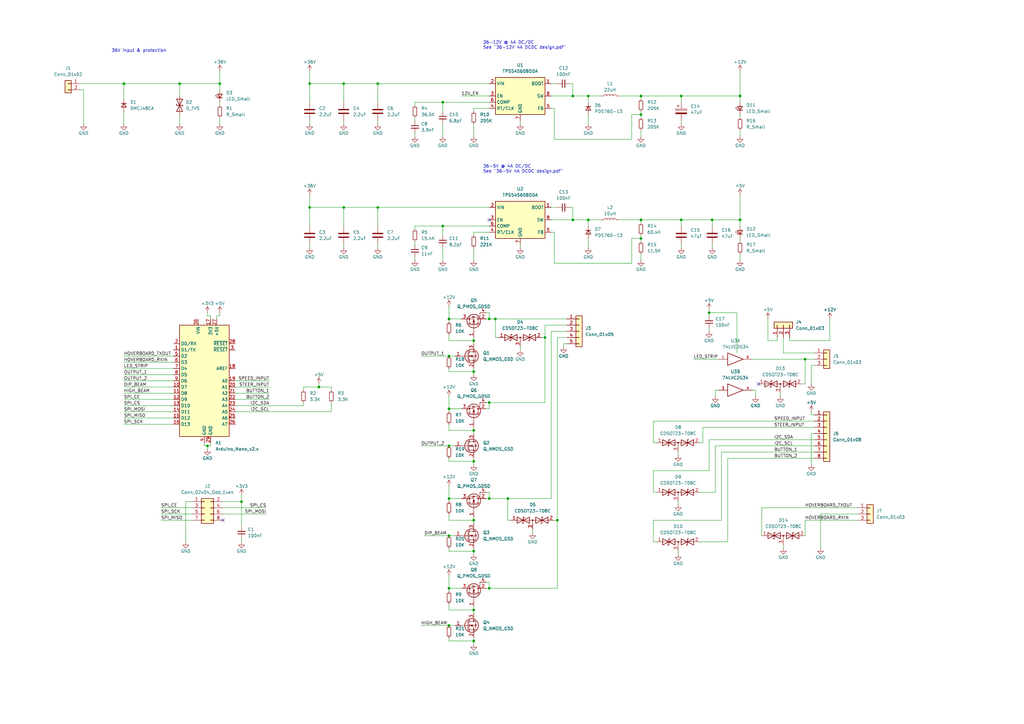
<source format=kicad_sch>
(kicad_sch (version 20211123) (generator eeschema)
  (paper "A3")
  (title_block (title "Dödsfälla Controller") (date "2022-12-30") (rev "1") (company "Snowden Labs"))
  (junction (at 330.2 147.32))
  (junction (at 154.94 34.29))
  (junction (at 194.31 250.19))
  (junction (at 181.61 92.71))
  (junction (at 184.15 182.88))
  (junction (at 140.97 85.09))
  (junction (at 200.66 204.47))
  (junction (at 200.66 165.1))
  (junction (at 194.31 226.06))
  (junction (at 90.17 34.29))
  (junction (at 194.31 213.36))
  (junction (at 279.4 90.17))
  (junction (at 194.31 152.4))
  (junction (at 290.83 128.27))
  (junction (at 154.94 85.09))
  (junction (at 184.15 256.54))
  (junction (at 241.3 90.17))
  (junction (at 262.89 39.37))
  (junction (at 50.8 34.29))
  (junction (at 241.3 39.37))
  (junction (at 279.4 39.37))
  (junction (at 73.66 34.29))
  (junction (at 127 34.29))
  (junction (at 194.31 176.53))
  (junction (at 85.09 182.88))
  (junction (at 184.15 146.05))
  (junction (at 234.95 39.37))
  (junction (at 200.66 241.3))
  (junction (at 99.06 205.74))
  (junction (at 203.2 130.81))
  (junction (at 181.61 41.91))
  (junction (at 140.97 34.29))
  (junction (at 234.95 90.17))
  (junction (at 303.53 90.17))
  (junction (at 262.89 97.79))
  (junction (at 262.89 46.99))
  (junction (at 184.15 219.71))
  (junction (at 303.53 39.37))
  (junction (at 184.15 204.47))
  (junction (at 208.28 204.47))
  (junction (at 184.15 130.81))
  (junction (at 200.66 130.81))
  (junction (at 228.6 213.36))
  (junction (at 127 85.09))
  (junction (at 292.1 90.17))
  (junction (at 223.52 138.43))
  (junction (at 194.31 139.7))
  (junction (at 184.15 241.3))
  (junction (at 194.31 189.23))
  (junction (at 130.81 158.75))
  (junction (at 194.31 262.89))
  (junction (at 184.15 167.64))
  (junction (at 262.89 90.17))
  (no_connect (at 91.44 213.36))
  (no_connect (at 311.15 157.48))
  (no_connect (at 200.66 90.17))
  (wire (pts (xy 334.01 144.78) (xy 321.31 144.78)))
  (wire (pts (xy 184.15 199.39) (xy 184.15 204.47)))
  (wire (pts (xy 298.45 187.96) (xy 298.45 222.25)))
  (wire (pts (xy 99.06 220.98) (xy 99.06 222.25)))
  (wire (pts (xy 50.8 148.59) (xy 71.12 148.59)))
  (wire (pts (xy 200.66 165.1) (xy 200.66 167.64)))
  (wire (pts (xy 194.31 224.79) (xy 194.31 226.06)))
  (wire (pts (xy 184.15 146.05) (xy 186.69 146.05)))
  (wire (pts (xy 184.15 152.4) (xy 194.31 152.4)))
  (wire (pts (xy 184.15 250.19) (xy 184.15 247.65)))
  (wire (pts (xy 314.96 139.7) (xy 314.96 130.81)))
  (wire (pts (xy 228.6 213.36) (xy 228.6 241.3)))
  (wire (pts (xy 86.36 130.81) (xy 86.36 129.54)))
  (wire (pts (xy 66.04 208.28) (xy 78.74 208.28)))
  (wire (pts (xy 269.24 181.61) (xy 267.97 181.61)))
  (wire (pts (xy 181.61 41.91) (xy 170.18 41.91)))
  (wire (pts (xy 200.66 167.64) (xy 199.39 167.64)))
  (wire (pts (xy 232.41 138.43) (xy 228.6 138.43)))
  (wire (pts (xy 194.31 261.62) (xy 194.31 262.89)))
  (wire (pts (xy 330.2 213.36) (xy 330.2 219.71)))
  (wire (pts (xy 321.31 144.78) (xy 321.31 138.43)))
  (wire (pts (xy 88.9 130.81) (xy 88.9 129.54)))
  (wire (pts (xy 86.36 182.88) (xy 86.36 181.61)))
  (wire (pts (xy 223.52 138.43) (xy 223.52 133.35)))
  (wire (pts (xy 241.3 97.79) (xy 241.3 101.6)))
  (wire (pts (xy 254 39.37) (xy 262.89 39.37)))
  (wire (pts (xy 184.15 241.3) (xy 184.15 242.57)))
  (wire (pts (xy 298.45 187.96) (xy 334.01 187.96)))
  (wire (pts (xy 290.83 129.54) (xy 290.83 128.27)))
  (wire (pts (xy 284.48 147.32) (xy 294.64 147.32)))
  (wire (pts (xy 184.15 204.47) (xy 184.15 205.74)))
  (wire (pts (xy 184.15 262.89) (xy 194.31 262.89)))
  (wire (pts (xy 293.37 160.02) (xy 293.37 162.56)))
  (wire (pts (xy 173.99 219.71) (xy 184.15 219.71)))
  (wire (pts (xy 279.4 90.17) (xy 292.1 90.17)))
  (wire (pts (xy 184.15 162.56) (xy 184.15 167.64)))
  (wire (pts (xy 203.2 138.43) (xy 204.47 138.43)))
  (wire (pts (xy 262.89 104.14) (xy 262.89 106.68)))
  (wire (pts (xy 184.15 187.96) (xy 184.15 189.23)))
  (wire (pts (xy 241.3 46.99) (xy 241.3 50.8)))
  (wire (pts (xy 223.52 133.35) (xy 232.41 133.35)))
  (wire (pts (xy 303.53 104.14) (xy 303.53 106.68)))
  (wire (pts (xy 208.28 213.36) (xy 209.55 213.36)))
  (wire (pts (xy 292.1 100.33) (xy 292.1 101.6)))
  (wire (pts (xy 199.39 128.27) (xy 200.66 128.27)))
  (wire (pts (xy 199.39 238.76) (xy 200.66 238.76)))
  (wire (pts (xy 194.31 101.6) (xy 194.31 106.68)))
  (wire (pts (xy 194.31 176.53) (xy 184.15 176.53)))
  (wire (pts (xy 334.01 149.86) (xy 332.74 149.86)))
  (wire (pts (xy 241.3 39.37) (xy 246.38 39.37)))
  (wire (pts (xy 181.61 92.71) (xy 181.61 96.52)))
  (wire (pts (xy 259.08 57.15) (xy 259.08 46.99)))
  (wire (pts (xy 226.06 90.17) (xy 234.95 90.17)))
  (wire (pts (xy 290.83 193.04) (xy 267.97 193.04)))
  (wire (pts (xy 194.31 248.92) (xy 194.31 250.19)))
  (wire (pts (xy 226.06 95.25) (xy 227.33 95.25)))
  (wire (pts (xy 33.02 36.83) (xy 34.29 36.83)))
  (wire (pts (xy 351.79 208.28) (xy 312.42 208.28)))
  (wire (pts (xy 303.53 97.79) (xy 303.53 99.06)))
  (wire (pts (xy 259.08 107.95) (xy 259.08 97.79)))
  (wire (pts (xy 222.25 138.43) (xy 223.52 138.43)))
  (wire (pts (xy 267.97 172.72) (xy 267.97 181.61)))
  (wire (pts (xy 172.72 256.54) (xy 184.15 256.54)))
  (wire (pts (xy 73.66 34.29) (xy 90.17 34.29)))
  (wire (pts (xy 184.15 261.62) (xy 184.15 262.89)))
  (wire (pts (xy 50.8 166.37) (xy 71.12 166.37)))
  (wire (pts (xy 66.04 213.36) (xy 78.74 213.36)))
  (wire (pts (xy 154.94 85.09) (xy 140.97 85.09)))
  (wire (pts (xy 91.44 210.82) (xy 109.22 210.82)))
  (wire (pts (xy 127 49.53) (xy 127 50.8)))
  (wire (pts (xy 295.91 185.42) (xy 295.91 213.36)))
  (wire (pts (xy 228.6 241.3) (xy 200.66 241.3)))
  (wire (pts (xy 170.18 92.71) (xy 170.18 93.98)))
  (wire (pts (xy 194.31 212.09) (xy 194.31 213.36)))
  (wire (pts (xy 199.39 201.93) (xy 200.66 201.93)))
  (wire (pts (xy 99.06 205.74) (xy 99.06 203.2)))
  (wire (pts (xy 34.29 36.83) (xy 34.29 50.8)))
  (wire (pts (xy 85.09 182.88) (xy 85.09 184.15)))
  (wire (pts (xy 213.36 100.33) (xy 213.36 101.6)))
  (wire (pts (xy 200.66 34.29) (xy 154.94 34.29)))
  (wire (pts (xy 223.52 165.1) (xy 223.52 138.43)))
  (wire (pts (xy 130.81 157.48) (xy 130.81 158.75)))
  (wire (pts (xy 340.36 130.81) (xy 340.36 139.7)))
  (wire (pts (xy 332.74 149.86) (xy 332.74 157.48)))
  (wire (pts (xy 73.66 34.29) (xy 73.66 39.37)))
  (wire (pts (xy 184.15 213.36) (xy 184.15 210.82)))
  (wire (pts (xy 194.31 152.4) (xy 194.31 153.67)))
  (wire (pts (xy 332.74 170.18) (xy 332.74 168.91)))
  (wire (pts (xy 293.37 182.88) (xy 293.37 201.93)))
  (wire (pts (xy 50.8 156.21) (xy 71.12 156.21)))
  (wire (pts (xy 308.61 147.32) (xy 330.2 147.32)))
  (wire (pts (xy 262.89 97.79) (xy 262.89 99.06)))
  (wire (pts (xy 233.68 34.29) (xy 234.95 34.29)))
  (wire (pts (xy 200.66 204.47) (xy 208.28 204.47)))
  (wire (pts (xy 154.94 100.33) (xy 154.94 101.6)))
  (wire (pts (xy 334.01 177.8) (xy 332.74 177.8)))
  (wire (pts (xy 226.06 204.47) (xy 208.28 204.47)))
  (wire (pts (xy 135.89 168.91) (xy 135.89 165.1)))
  (wire (pts (xy 50.8 158.75) (xy 71.12 158.75)))
  (wire (pts (xy 200.66 204.47) (xy 199.39 204.47)))
  (wire (pts (xy 127 100.33) (xy 127 101.6)))
  (wire (pts (xy 50.8 173.99) (xy 71.12 173.99)))
  (wire (pts (xy 292.1 90.17) (xy 292.1 92.71)))
  (wire (pts (xy 96.52 161.29) (xy 110.49 161.29)))
  (wire (pts (xy 278.13 226.06) (xy 278.13 227.33)))
  (wire (pts (xy 200.66 165.1) (xy 223.52 165.1)))
  (wire (pts (xy 194.31 151.13) (xy 194.31 152.4)))
  (wire (pts (xy 184.15 226.06) (xy 194.31 226.06)))
  (wire (pts (xy 267.97 193.04) (xy 267.97 201.93)))
  (wire (pts (xy 232.41 135.89) (xy 226.06 135.89)))
  (wire (pts (xy 90.17 129.54) (xy 90.17 128.27)))
  (wire (pts (xy 351.79 213.36) (xy 330.2 213.36)))
  (wire (pts (xy 232.41 140.97) (xy 231.14 140.97)))
  (wire (pts (xy 91.44 205.74) (xy 99.06 205.74)))
  (wire (pts (xy 194.31 175.26) (xy 194.31 176.53)))
  (wire (pts (xy 96.52 163.83) (xy 110.49 163.83)))
  (wire (pts (xy 279.4 90.17) (xy 279.4 92.71)))
  (wire (pts (xy 227.33 95.25) (xy 227.33 107.95)))
  (wire (pts (xy 234.95 39.37) (xy 241.3 39.37)))
  (wire (pts (xy 200.66 92.71) (xy 181.61 92.71)))
  (wire (pts (xy 83.82 182.88) (xy 85.09 182.88)))
  (wire (pts (xy 184.15 189.23) (xy 194.31 189.23)))
  (wire (pts (xy 86.36 129.54) (xy 85.09 129.54)))
  (wire (pts (xy 318.77 139.7) (xy 314.96 139.7)))
  (wire (pts (xy 241.3 90.17) (xy 241.3 92.71)))
  (wire (pts (xy 213.36 49.53) (xy 213.36 50.8)))
  (wire (pts (xy 194.31 190.5) (xy 194.31 189.23)))
  (wire (pts (xy 90.17 29.21) (xy 90.17 34.29)))
  (wire (pts (xy 130.81 158.75) (xy 135.89 158.75)))
  (wire (pts (xy 226.06 135.89) (xy 226.06 204.47)))
  (wire (pts (xy 85.09 128.27) (xy 85.09 129.54)))
  (wire (pts (xy 262.89 39.37) (xy 279.4 39.37)))
  (wire (pts (xy 290.83 134.62) (xy 290.83 135.89)))
  (wire (pts (xy 295.91 185.42) (xy 334.01 185.42)))
  (wire (pts (xy 140.97 100.33) (xy 140.97 101.6)))
  (wire (pts (xy 76.2 205.74) (xy 76.2 222.25)))
  (wire (pts (xy 184.15 151.13) (xy 184.15 152.4)))
  (wire (pts (xy 127 85.09) (xy 140.97 85.09)))
  (wire (pts (xy 231.14 140.97) (xy 231.14 142.24)))
  (wire (pts (xy 73.66 46.99) (xy 73.66 50.8)))
  (wire (pts (xy 294.64 160.02) (xy 293.37 160.02)))
  (wire (pts (xy 233.68 85.09) (xy 234.95 85.09)))
  (wire (pts (xy 154.94 49.53) (xy 154.94 50.8)))
  (wire (pts (xy 226.06 44.45) (xy 227.33 44.45)))
  (wire (pts (xy 203.2 130.81) (xy 232.41 130.81)))
  (wire (pts (xy 234.95 90.17) (xy 241.3 90.17)))
  (wire (pts (xy 200.66 241.3) (xy 199.39 241.3)))
  (wire (pts (xy 194.31 95.25) (xy 194.31 96.52)))
  (wire (pts (xy 290.83 128.27) (xy 302.26 128.27)))
  (wire (pts (xy 194.31 264.16) (xy 194.31 262.89)))
  (wire (pts (xy 334.01 182.88) (xy 293.37 182.88)))
  (wire (pts (xy 96.52 158.75) (xy 110.49 158.75)))
  (wire (pts (xy 194.31 50.8) (xy 194.31 55.88)))
  (wire (pts (xy 203.2 130.81) (xy 203.2 138.43)))
  (wire (pts (xy 184.15 224.79) (xy 184.15 226.06)))
  (wire (pts (xy 227.33 107.95) (xy 259.08 107.95)))
  (wire (pts (xy 278.13 185.42) (xy 278.13 186.69)))
  (wire (pts (xy 303.53 29.21) (xy 303.53 39.37)))
  (wire (pts (xy 199.39 165.1) (xy 200.66 165.1)))
  (wire (pts (xy 262.89 45.72) (xy 262.89 46.99)))
  (wire (pts (xy 334.01 147.32) (xy 330.2 147.32)))
  (wire (pts (xy 50.8 171.45) (xy 71.12 171.45)))
  (wire (pts (xy 208.28 204.47) (xy 208.28 213.36)))
  (wire (pts (xy 227.33 44.45) (xy 227.33 57.15)))
  (wire (pts (xy 127 34.29) (xy 140.97 34.29)))
  (wire (pts (xy 184.15 139.7) (xy 184.15 137.16)))
  (wire (pts (xy 279.4 39.37) (xy 279.4 41.91)))
  (wire (pts (xy 127 85.09) (xy 127 92.71)))
  (wire (pts (xy 303.53 80.01) (xy 303.53 90.17)))
  (wire (pts (xy 334.01 170.18) (xy 332.74 170.18)))
  (wire (pts (xy 262.89 53.34) (xy 262.89 55.88)))
  (wire (pts (xy 189.23 241.3) (xy 184.15 241.3)))
  (wire (pts (xy 172.72 146.05) (xy 184.15 146.05)))
  (wire (pts (xy 213.36 142.24) (xy 213.36 143.51)))
  (wire (pts (xy 200.66 95.25) (xy 194.31 95.25)))
  (wire (pts (xy 279.4 100.33) (xy 279.4 101.6)))
  (wire (pts (xy 194.31 139.7) (xy 194.31 140.97)))
  (wire (pts (xy 288.29 175.26) (xy 334.01 175.26)))
  (wire (pts (xy 50.8 161.29) (xy 71.12 161.29)))
  (wire (pts (xy 184.15 176.53) (xy 184.15 173.99)))
  (wire (pts (xy 293.37 201.93) (xy 287.02 201.93)))
  (wire (pts (xy 200.66 85.09) (xy 154.94 85.09)))
  (wire (pts (xy 200.66 44.45) (xy 194.31 44.45)))
  (wire (pts (xy 194.31 227.33) (xy 194.31 226.06)))
  (wire (pts (xy 135.89 158.75) (xy 135.89 160.02)))
  (wire (pts (xy 200.66 130.81) (xy 203.2 130.81)))
  (wire (pts (xy 332.74 177.8) (xy 332.74 190.5)))
  (wire (pts (xy 267.97 222.25) (xy 269.24 222.25)))
  (wire (pts (xy 170.18 105.41) (xy 170.18 106.68)))
  (wire (pts (xy 154.94 85.09) (xy 154.94 92.71)))
  (wire (pts (xy 328.93 157.48) (xy 330.2 157.48)))
  (wire (pts (xy 321.31 223.52) (xy 321.31 224.79)))
  (wire (pts (xy 234.95 85.09) (xy 234.95 90.17)))
  (wire (pts (xy 124.46 158.75) (xy 130.81 158.75)))
  (wire (pts (xy 262.89 46.99) (xy 262.89 48.26)))
  (wire (pts (xy 303.53 90.17) (xy 303.53 92.71)))
  (wire (pts (xy 227.33 57.15) (xy 259.08 57.15)))
  (wire (pts (xy 290.83 127) (xy 290.83 128.27)))
  (wire (pts (xy 351.79 210.82) (xy 336.55 210.82)))
  (wire (pts (xy 140.97 85.09) (xy 140.97 92.71)))
  (wire (pts (xy 228.6 138.43) (xy 228.6 213.36)))
  (wire (pts (xy 154.94 34.29) (xy 140.97 34.29)))
  (wire (pts (xy 96.52 156.21) (xy 110.49 156.21)))
  (wire (pts (xy 189.23 39.37) (xy 200.66 39.37)))
  (wire (pts (xy 200.66 128.27) (xy 200.66 130.81)))
  (wire (pts (xy 96.52 168.91) (xy 135.89 168.91)))
  (wire (pts (xy 323.85 139.7) (xy 323.85 138.43)))
  (wire (pts (xy 127 29.21) (xy 127 34.29)))
  (wire (pts (xy 181.61 50.8) (xy 181.61 55.88)))
  (wire (pts (xy 140.97 34.29) (xy 140.97 41.91)))
  (wire (pts (xy 127 80.01) (xy 127 85.09)))
  (wire (pts (xy 181.61 92.71) (xy 170.18 92.71)))
  (wire (pts (xy 181.61 41.91) (xy 181.61 45.72)))
  (wire (pts (xy 96.52 166.37) (xy 124.46 166.37)))
  (wire (pts (xy 295.91 213.36) (xy 267.97 213.36)))
  (wire (pts (xy 194.31 138.43) (xy 194.31 139.7)))
  (wire (pts (xy 194.31 187.96) (xy 194.31 189.23)))
  (wire (pts (xy 226.06 85.09) (xy 228.6 85.09)))
  (wire (pts (xy 279.4 39.37) (xy 303.53 39.37)))
  (wire (pts (xy 140.97 49.53) (xy 140.97 50.8)))
  (wire (pts (xy 184.15 219.71) (xy 186.69 219.71)))
  (wire (pts (xy 184.15 182.88) (xy 186.69 182.88)))
  (wire (pts (xy 170.18 99.06) (xy 170.18 100.33)))
  (wire (pts (xy 83.82 182.88) (xy 83.82 181.61)))
  (wire (pts (xy 50.8 34.29) (xy 73.66 34.29)))
  (wire (pts (xy 194.31 250.19) (xy 184.15 250.19)))
  (wire (pts (xy 194.31 213.36) (xy 194.31 214.63)))
  (wire (pts (xy 194.31 44.45) (xy 194.31 45.72)))
  (wire (pts (xy 200.66 238.76) (xy 200.66 241.3)))
  (wire (pts (xy 194.31 176.53) (xy 194.31 177.8)))
  (wire (pts (xy 181.61 101.6) (xy 181.61 106.68)))
  (wire (pts (xy 184.15 167.64) (xy 184.15 168.91)))
  (wire (pts (xy 189.23 167.64) (xy 184.15 167.64)))
  (wire (pts (xy 309.88 160.02) (xy 309.88 162.56)))
  (wire (pts (xy 262.89 90.17) (xy 262.89 91.44)))
  (wire (pts (xy 254 90.17) (xy 262.89 90.17)))
  (wire (pts (xy 259.08 46.99) (xy 262.89 46.99)))
  (wire (pts (xy 50.8 163.83) (xy 71.12 163.83)))
  (wire (pts (xy 320.04 161.29) (xy 320.04 162.56)))
  (wire (pts (xy 259.08 97.79) (xy 262.89 97.79)))
  (wire (pts (xy 90.17 41.91) (xy 90.17 43.18)))
  (wire (pts (xy 262.89 96.52) (xy 262.89 97.79)))
  (wire (pts (xy 200.66 41.91) (xy 181.61 41.91)))
  (wire (pts (xy 50.8 34.29) (xy 50.8 40.64)))
  (wire (pts (xy 292.1 90.17) (xy 303.53 90.17)))
  (wire (pts (xy 184.15 130.81) (xy 184.15 132.08)))
  (wire (pts (xy 298.45 222.25) (xy 287.02 222.25)))
  (wire (pts (xy 287.02 181.61) (xy 288.29 181.61)))
  (wire (pts (xy 189.23 204.47) (xy 184.15 204.47)))
  (wire (pts (xy 50.8 146.05) (xy 71.12 146.05)))
  (wire (pts (xy 278.13 205.74) (xy 278.13 207.01)))
  (wire (pts (xy 226.06 39.37) (xy 234.95 39.37)))
  (wire (pts (xy 33.02 34.29) (xy 50.8 34.29)))
  (wire (pts (xy 226.06 34.29) (xy 228.6 34.29)))
  (wire (pts (xy 50.8 151.13) (xy 71.12 151.13)))
  (wire (pts (xy 234.95 34.29) (xy 234.95 39.37)))
  (wire (pts (xy 218.44 217.17) (xy 218.44 218.44)))
  (wire (pts (xy 127 34.29) (xy 127 41.91)))
  (wire (pts (xy 170.18 41.91) (xy 170.18 43.18)))
  (wire (pts (xy 124.46 166.37) (xy 124.46 165.1)))
  (wire (pts (xy 170.18 54.61) (xy 170.18 55.88)))
  (wire (pts (xy 154.94 34.29) (xy 154.94 41.91)))
  (wire (pts (xy 330.2 147.32) (xy 330.2 157.48)))
  (wire (pts (xy 303.53 46.99) (xy 303.53 48.26)))
  (wire (pts (xy 66.04 210.82) (xy 78.74 210.82)))
  (wire (pts (xy 279.4 49.53) (xy 279.4 50.8)))
  (wire (pts (xy 170.18 48.26) (xy 170.18 49.53)))
  (wire (pts (xy 267.97 213.36) (xy 267.97 222.25)))
  (wire (pts (xy 124.46 160.02) (xy 124.46 158.75)))
  (wire (pts (xy 88.9 129.54) (xy 90.17 129.54)))
  (wire (pts (xy 194.31 250.19) (xy 194.31 251.46)))
  (wire (pts (xy 200.66 130.81) (xy 199.39 130.81)))
  (wire (pts (xy 262.89 90.17) (xy 279.4 90.17)))
  (wire (pts (xy 184.15 256.54) (xy 186.69 256.54)))
  (wire (pts (xy 303.53 39.37) (xy 303.53 41.91)))
  (wire (pts (xy 318.77 138.43) (xy 318.77 139.7)))
  (wire (pts (xy 50.8 168.91) (xy 71.12 168.91)))
  (wire (pts (xy 241.3 39.37) (xy 241.3 41.91)))
  (wire (pts (xy 85.09 182.88) (xy 86.36 182.88)))
  (wire (pts (xy 334.01 180.34) (xy 290.83 180.34)))
  (wire (pts (xy 303.53 53.34) (xy 303.53 55.88)))
  (wire (pts (xy 50.8 153.67) (xy 71.12 153.67)))
  (wire (pts (xy 91.44 208.28) (xy 109.22 208.28)))
  (wire (pts (xy 227.33 213.36) (xy 228.6 213.36)))
  (wire (pts (xy 184.15 125.73) (xy 184.15 130.81)))
  (wire (pts (xy 90.17 48.26) (xy 90.17 50.8)))
  (wire (pts (xy 290.83 180.34) (xy 290.83 193.04)))
  (wire (pts (xy 184.15 236.22) (xy 184.15 241.3)))
  (wire (pts (xy 241.3 90.17) (xy 246.38 90.17)))
  (wire (pts (xy 262.89 39.37) (xy 262.89 40.64)))
  (wire (pts (xy 302.26 128.27) (xy 302.26 144.78)))
  (wire (pts (xy 200.66 201.93) (xy 200.66 204.47)))
  (wire (pts (xy 267.97 172.72) (xy 334.01 172.72)))
  (wire (pts (xy 267.97 201.93) (xy 269.24 201.93)))
  (wire (pts (xy 50.8 45.72) (xy 50.8 50.8)))
  (wire (pts (xy 194.31 213.36) (xy 184.15 213.36)))
  (wire (pts (xy 312.42 208.28) (xy 312.42 219.71)))
  (wire (pts (xy 189.23 130.81) (xy 184.15 130.81)))
  (wire (pts (xy 308.61 160.02) (xy 309.88 160.02)))
  (wire (pts (xy 172.72 182.88) (xy 184.15 182.88)))
  (wire (pts (xy 340.36 139.7) (xy 323.85 139.7)))
  (wire (pts (xy 99.06 205.74) (xy 99.06 215.9)))
  (wire (pts (xy 288.29 175.26) (xy 288.29 181.61)))
  (wire (pts (xy 78.74 205.74) (xy 76.2 205.74)))
  (wire (pts (xy 336.55 210.82) (xy 336.55 224.79)))
  (wire (pts (xy 90.17 34.29) (xy 90.17 36.83)))
  (wire (pts (xy 194.31 139.7) (xy 184.15 139.7)))
  (text "36-12V @ 4A DC/DC\nSee \"36-12V 4A DCDC design.pdf\"" (at 198.12 20.32 0) (effects (font (size 1.27 1.27)) (justify left bottom)))
  (text "36-5V @ 4A DC/DC\nSee \"36-5V 4A DCDC design.pdf\"" (at 198.12 71.12 0) (effects (font (size 1.27 1.27)) (justify left bottom)))
  (text "36V input & protection" (at 45.72 21.59 0) (effects (font (size 1.27 1.27)) (justify left bottom)))
  (label "STEER_INPUT" (at 110.49 158.75 180))
  (label "BUTTON_1" (at 110.49 161.29 180))
  (label "HOVERBOARD_TXOUT" (at 330.2 208.28 0))
  (label "HIGH_BEAM" (at 50.8 161.29 0))
  (label "HOVERBOARD_RXIN" (at 330.2 213.36 0))
  (label "DIP_BEAM" (at 50.8 158.75 0))
  (label "OUTPUT_1" (at 50.8 153.67 0))
  (label "HOVERBOARD_RXIN" (at 50.8 148.59 0))
  (label "SPI_CS" (at 109.22 208.28 180))
  (label "BUTTON_2" (at 110.49 163.83 180))
  (label "SPI_CE" (at 66.04 208.28 0))
  (label "SPI_SCK" (at 50.8 173.99 0))
  (label "SPI_CE" (at 50.8 163.83 0))
  (label "SPEED_INPUT" (at 110.49 156.21 180))
  (label "DIP_BEAM" (at 173.99 219.71 0))
  (label "SPI_MISO" (at 50.8 171.45 0))
  (label "SPI_CS" (at 50.8 166.37 0))
  (label "SPI_MISO" (at 66.04 213.36 0))
  (label "I2C_SCL" (at 317.5 182.88 0))
  (label "HOVERBOARD_TXOUT" (at 50.8 146.05 0))
  (label "STEER_INPUT" (at 317.5 175.26 0))
  (label "12V_EN" (at 189.23 39.37 0))
  (label "BUTTON_2" (at 317.5 187.96 0))
  (label "HIGH_BEAM" (at 172.72 256.54 0))
  (label "SPI_MOSI" (at 109.22 210.82 180))
  (label "SPI_MOSI" (at 50.8 168.91 0))
  (label "BUTTON_1" (at 317.5 185.42 0))
  (label "LED_STRIP" (at 284.48 147.32 0))
  (label "I2C_SDA" (at 317.5 180.34 0))
  (label "I2C_SDA" (at 110.49 166.37 180))
  (label "OUTPUT_2" (at 172.72 182.88 0))
  (label "SPEED_INPUT" (at 317.5 172.72 0))
  (label "OUTPUT_2" (at 50.8 156.21 0))
  (label "SPI_SCK" (at 66.04 210.82 0))
  (label "I2C_SCL" (at 110.49 168.91 180))
  (label "LED_STRIP" (at 50.8 151.13 0))
  (label "OUTPUT_1" (at 172.72 146.05 0))
  (symbol (lib_id "Device:D_Small") (at 50.8 43.18 270) (unit 1)
    (property "Reference" "D1" (at 53.34 41.9099 90) (effects (justify left)))
    (property "Value" "SMCJ48CA" (at 53.34 44.4499 90) (effects (justify left)))
    (property "Footprint" "Diode_SMD:D_SMC" (effects hide))
  )
  (symbol (lib_id "power:GND") (at 213.36 143.51 0) (unit 1)
    (property "Reference" "#PWR0161" (effects hide))
    (property "Value" "GND" (at 213.36 147.32 0))
  )
  (symbol (lib_id "power:GND") (at 140.97 101.6 0) (unit 1)
    (property "Reference" "#PWR0124" (effects hide))
    (property "Value" "GND" (at 140.97 105.41 0))
  )
  (symbol (lib_id "Device:C_Small") (at 231.14 85.09 90) (unit 1)
    (property "Reference" "C13" (at 231.1463 78.74 90))
    (property "Value" "100nF" (at 231.1463 81.28 90))
    (property "Footprint" "Capacitor_SMD:C_0603_1608Metric" (effects hide))
  )
  (symbol (lib_id "Device:Q_NMOS_GSD") (at 191.77 182.88 0) (unit 1)
    (property "Reference" "Q2" (at 198.12 181.6099 0) (effects (justify left)))
    (property "Value" "Q_NMOS_GSD" (at 198.12 184.1499 0) (effects (justify left)))
    (property "Footprint" "Package_TO_SOT_SMD:SOT-23" (effects hide))
  )
  (symbol (lib_id "power:GND") (at 332.74 190.5 0) (unit 1)
    (property "Reference" "#PWR0148" (effects hide))
    (property "Value" "GND" (at 332.74 194.31 0))
  )
  (symbol (lib_id "Device:R_Small") (at 170.18 96.52 0) (unit 1)
    (property "Reference" "R5" (at 172.72 95.2499 0) (effects (justify left)))
    (property "Value" "15.4K" (at 172.72 97.7899 0) (effects (justify left)))
    (property "Footprint" "Resistor_SMD:R_0603_1608Metric" (effects hide))
  )
  (symbol (lib_id "Device:C") (at 292.1 96.52 0) (unit 1)
    (property "Reference" "C16" (at 295.91 94.3609 0) (effects (justify left)))
    (property "Value" "47uF" (at 295.91 96.9009 0) (effects (justify left)))
    (property "Footprint" "Capacitor_SMD:C_1210_3225Metric" (effects hide))
  )
  (symbol (lib_id "power:GND") (at 241.3 50.8 0) (unit 1)
    (property "Reference" "#PWR0103" (effects hide))
    (property "Value" "GND" (at 241.3 54.61 0))
  )
  (symbol (lib_id "Device:LED_Small") (at 90.17 39.37 90) (unit 1)
    (property "Reference" "D3" (at 92.71 38.0364 90) (effects (justify right)))
    (property "Value" "LED_Small" (at 92.71 40.5764 90) (effects (justify right)))
    (property "Footprint" "LED_SMD:LED_0805_2012Metric" (effects hide))
  )
  (symbol (lib_id "Device:Q_PMOS_GDSD") (at 194.31 207.01 270) (mirror x) (unit 1)
    (property "Reference" "Q7" (at 194.31 196.85 90))
    (property "Value" "Q_PMOS_GDSD" (at 194.31 199.39 90))
    (property "Footprint" "Package_TO_SOT_SMD:SOT-223-3_TabPin2" (effects hide))
  )
  (symbol (lib_id "Device:R_Small") (at 184.15 208.28 0) (unit 1)
    (property "Reference" "R8" (at 186.69 207.0099 0) (effects (justify left)))
    (property "Value" "10K" (at 186.69 209.5499 0) (effects (justify left)))
    (property "Footprint" "Resistor_SMD:R_0603_1608Metric" (effects hide))
  )
  (symbol (lib_id "power:GND") (at 50.8 50.8 0) (unit 1)
    (property "Reference" "#PWR0116" (effects hide))
    (property "Value" "GND" (at 50.8 54.61 0))
  )
  (symbol (lib_id "power:+12V") (at 340.36 130.81 0) (unit 1)
    (property "Reference" "#PWR0142" (effects hide))
    (property "Value" "+12V" (at 340.36 127 0))
  )
  (symbol (lib_id "Device:C_Small") (at 290.83 132.08 180) (unit 1)
    (property "Reference" "C17" (at 293.37 130.8035 0) (effects (justify right)))
    (property "Value" "100nF" (at 293.37 133.3435 0) (effects (justify right)))
    (property "Footprint" "Capacitor_SMD:C_0603_1608Metric" (effects hide))
  )
  (symbol (lib_id "Device:R_Small") (at 184.15 171.45 0) (unit 1)
    (property "Reference" "R7" (at 186.69 170.1799 0) (effects (justify left)))
    (property "Value" "10K" (at 186.69 172.7199 0) (effects (justify left)))
    (property "Footprint" "Resistor_SMD:R_0603_1608Metric" (effects hide))
  )
  (symbol (lib_id "Device:LED_Small") (at 303.53 95.25 90) (unit 1)
    (property "Reference" "D12" (at 306.07 93.9164 90) (effects (justify right)))
    (property "Value" "LED_Small" (at 306.07 96.4564 90) (effects (justify right)))
    (property "Footprint" "LED_SMD:LED_0805_2012Metric" (effects hide))
  )
  (symbol (lib_id "power:GND") (at 194.31 264.16 0) (unit 1)
    (property "Reference" "#PWR0159" (effects hide))
    (property "Value" "GND" (at 194.31 267.97 0))
  )
  (symbol (lib_id "power:GND") (at 279.4 50.8 0) (unit 1)
    (property "Reference" "#PWR0138" (effects hide))
    (property "Value" "GND" (at 279.4 54.61 0))
  )
  (symbol (lib_id "Device:R_Small") (at 184.15 148.59 0) (unit 1)
    (property "Reference" "R18" (at 186.69 147.3199 0) (effects (justify left)))
    (property "Value" "10K" (at 186.69 149.8599 0) (effects (justify left)))
    (property "Footprint" "Resistor_SMD:R_0603_1608Metric" (effects hide))
  )
  (symbol (lib_id "Device:C") (at 279.4 96.52 0) (unit 1)
    (property "Reference" "C15" (at 283.21 94.3609 0) (effects (justify left)))
    (property "Value" "47uF" (at 283.21 96.9009 0) (effects (justify left)))
    (property "Footprint" "Capacitor_SMD:C_1210_3225Metric" (effects hide))
  )
  (symbol (lib_id "Device:R_Small") (at 90.17 45.72 0) (unit 1)
    (property "Reference" "R1" (at 92.71 44.4499 0) (effects (justify left)))
    (property "Value" "R_Small" (at 92.71 46.9899 0) (effects (justify left)))
    (property "Footprint" "Resistor_SMD:R_0603_1608Metric" (effects hide))
  )
  (symbol (lib_id "power:+12V") (at 303.53 29.21 0) (unit 1)
    (property "Reference" "#PWR0139" (effects hide))
    (property "Value" "+12V" (at 303.53 25.4 0))
  )
  (symbol (lib_id "Device:D_TVS") (at 73.66 43.18 90) (unit 1)
    (property "Reference" "D2" (at 76.2 41.9099 90) (effects (justify right)))
    (property "Value" "D_TVS" (at 76.2 44.4499 90) (effects (justify right)))
    (property "Footprint" "Diode_SMD:D_SMC" (effects hide))
  )
  (symbol (lib_id "power:GND") (at 213.36 50.8 0) (unit 1)
    (property "Reference" "#PWR0104" (effects hide))
    (property "Value" "GND" (at 213.36 54.61 0))
  )
  (symbol (lib_id "power:GND") (at 241.3 101.6 0) (unit 1)
    (property "Reference" "#PWR0102" (effects hide))
    (property "Value" "GND" (at 241.3 105.41 0))
  )
  (symbol (lib_id "Device:R_Small") (at 184.15 185.42 0) (unit 1)
    (property "Reference" "R19" (at 186.69 184.1499 0) (effects (justify left)))
    (property "Value" "10K" (at 186.69 186.6899 0) (effects (justify left)))
    (property "Footprint" "Resistor_SMD:R_0603_1608Metric" (effects hide))
  )
  (symbol (lib_id "Device:R_Small") (at 124.46 162.56 0) (unit 1)
    (property "Reference" "R2" (at 127 161.2899 0) (effects (justify left)))
    (property "Value" "3.3K" (at 127 163.8299 0) (effects (justify left)))
    (property "Footprint" "Resistor_SMD:R_0603_1608Metric" (effects hide))
  )
  (symbol (lib_id "power:GND") (at 278.13 207.01 0) (unit 1)
    (property "Reference" "#PWR0150" (effects hide))
    (property "Value" "GND" (at 278.13 210.82 0))
  )
  (symbol (lib_id "Device:Q_NMOS_GSD") (at 191.77 146.05 0) (unit 1)
    (property "Reference" "Q1" (at 198.12 144.7799 0) (effects (justify left)))
    (property "Value" "Q_NMOS_GSD" (at 198.12 147.3199 0) (effects (justify left)))
    (property "Footprint" "Package_TO_SOT_SMD:SOT-23" (effects hide))
  )
  (symbol (lib_id "power:+5V") (at 303.53 80.01 0) (unit 1)
    (property "Reference" "#PWR0136" (effects hide))
    (property "Value" "+5V" (at 303.53 76.2 0))
  )
  (symbol (lib_id "Device:C") (at 154.94 96.52 0) (unit 1)
    (property "Reference" "C7" (at 158.75 95.2499 0) (effects (justify left)))
    (property "Value" "2.2uF" (at 158.75 97.7899 0) (effects (justify left)))
    (property "Footprint" "Capacitor_SMD:C_1210_3225Metric" (effects hide))
  )
  (symbol (lib_id "Device:Q_NMOS_GSD") (at 191.77 256.54 0) (unit 1)
    (property "Reference" "Q4" (at 198.12 255.2699 0) (effects (justify left)))
    (property "Value" "Q_NMOS_GSD" (at 198.12 257.8099 0) (effects (justify left)))
    (property "Footprint" "Package_TO_SOT_SMD:SOT-23" (effects hide))
  )
  (symbol (lib_id "power:GND") (at 336.55 224.79 0) (unit 1)
    (property "Reference" "#PWR0165" (effects hide))
    (property "Value" "GND" (at 336.55 228.6 0))
  )
  (symbol (lib_id "MCU_Module:Arduino_Nano_v2.x") (at 83.82 156.21 0) (unit 1)
    (property "Reference" "A1" (at 88.3794 181.61 0) (effects (justify left)))
    (property "Value" "Arduino_Nano_v2.x" (at 88.3794 184.15 0) (effects (justify left)))
    (property "Footprint" "Module:Arduino_Nano" (effects hide))
    (property "Datasheet" "https://www.arduino.cc/en/uploads/Main/ArduinoNanoManual23.pdf" (effects hide))
  )
  (symbol (lib_id "Device:C_Polarized") (at 279.4 45.72 0) (unit 1)
    (property "Reference" "C14" (at 283.21 43.5609 0) (effects (justify left)))
    (property "Value" "47uF" (at 283.21 46.1009 0) (effects (justify left)))
    (property "Footprint" "Capacitor_SMD:CP_Elec_5x4.5" (effects hide))
  )
  (symbol (lib_id "Device:D_TVS_Dual_AAC") (at 278.13 222.25 0) (unit 1)
    (property "Reference" "D10" (at 278.13 215.9 0))
    (property "Value" "CDSOT23-T08C" (at 278.13 218.44 0))
    (property "Footprint" "Package_TO_SOT_SMD:SOT-23" (effects hide))
  )
  (symbol (lib_id "74xGxx:74LVC2G34") (at 302.26 147.32 0) (unit 1)
    (property "Reference" "U3" (at 301.625 139.7 0))
    (property "Value" "74LVC2G34" (at 301.625 142.24 0))
    (property "Footprint" "Package_TO_SOT_SMD:SOT-23-6" (effects hide))
    (property "Datasheet" "http://www.ti.com/lit/sg/scyt129e/scyt129e.pdf" (effects hide))
  )
  (symbol (lib_id "Device:R_Small") (at 170.18 45.72 0) (unit 1)
    (property "Reference" "R4" (at 172.72 44.4499 0) (effects (justify left)))
    (property "Value" "36.5K" (at 172.72 46.9899 0) (effects (justify left)))
    (property "Footprint" "Resistor_SMD:R_0603_1608Metric" (effects hide))
  )
  (symbol (lib_id "power:GND") (at 332.74 157.48 0) (unit 1)
    (property "Reference" "#PWR0144" (effects hide))
    (property "Value" "GND" (at 332.74 161.29 0))
  )
  (symbol (lib_id "power:GND") (at 194.31 227.33 0) (unit 1)
    (property "Reference" "#PWR0157" (effects hide))
    (property "Value" "GND" (at 194.31 231.14 0))
  )
  (symbol (lib_id "Device:R_Small") (at 184.15 222.25 0) (unit 1)
    (property "Reference" "R20" (at 186.69 220.9799 0) (effects (justify left)))
    (property "Value" "10K" (at 186.69 223.5199 0) (effects (justify left)))
    (property "Footprint" "Resistor_SMD:R_0603_1608Metric" (effects hide))
  )
  (symbol (lib_id "power:+5V") (at 332.74 168.91 0) (unit 1)
    (property "Reference" "#PWR0145" (effects hide))
    (property "Value" "+5V" (at 332.74 165.1 0))
  )
  (symbol (lib_id "Device:C_Small") (at 170.18 102.87 0) (unit 1)
    (property "Reference" "C9" (at 172.72 101.6062 0) (effects (justify left)))
    (property "Value" "11nF" (at 172.72 104.1462 0) (effects (justify left)))
    (property "Footprint" "Capacitor_SMD:C_0603_1608Metric" (effects hide))
  )
  (symbol (lib_id "power:+36V") (at 127 80.01 0) (unit 1)
    (property "Reference" "#PWR0122" (effects hide))
    (property "Value" "+36V" (at 127 76.2 0))
  )
  (symbol (lib_id "power:+5V") (at 130.81 157.48 0) (unit 1)
    (property "Reference" "#PWR0125" (effects hide))
    (property "Value" "+5V" (at 130.81 153.67 0))
  )
  (symbol (lib_id "power:GND") (at 127 50.8 0) (unit 1)
    (property "Reference" "#PWR0120" (effects hide))
    (property "Value" "GND" (at 127 54.61 0))
  )
  (symbol (lib_id "Device:D_TVS_Dual_AAC") (at 218.44 213.36 0) (unit 1)
    (property "Reference" "D5" (at 218.44 207.01 0))
    (property "Value" "CDSOT23-T08C" (at 218.44 209.55 0))
    (property "Footprint" "Package_TO_SOT_SMD:SOT-23" (effects hide))
  )
  (symbol (lib_id "Device:R_Small") (at 194.31 99.06 0) (unit 1)
    (property "Reference" "R11" (at 196.85 97.7899 0) (effects (justify left)))
    (property "Value" "221K" (at 196.85 100.3299 0) (effects (justify left)))
    (property "Footprint" "Resistor_SMD:R_0603_1608Metric" (effects hide))
  )
  (symbol (lib_id "Device:C_Small") (at 99.06 218.44 180) (unit 1)
    (property "Reference" "C1" (at 101.6 217.1635 0) (effects (justify right)))
    (property "Value" "100nF" (at 101.6 219.7035 0) (effects (justify right)))
    (property "Footprint" "Capacitor_SMD:C_0603_1608Metric" (effects hide))
  )
  (symbol (lib_id "Device:D_TVS_Dual_AAC") (at 278.13 201.93 0) (unit 1)
    (property "Reference" "D9" (at 278.13 195.58 0))
    (property "Value" "CDSOT23-T08C" (at 278.13 198.12 0))
    (property "Footprint" "Package_TO_SOT_SMD:SOT-23" (effects hide))
  )
  (symbol (lib_id "power:+5V") (at 90.17 128.27 0) (unit 1)
    (property "Reference" "#PWR0127" (effects hide))
    (property "Value" "+5V" (at 90.17 124.46 0))
  )
  (symbol (lib_id "power:GND") (at 262.89 106.68 0) (unit 1)
    (property "Reference" "#PWR0133" (effects hide))
    (property "Value" "GND" (at 262.89 110.49 0))
  )
  (symbol (lib_id "power:GND") (at 194.31 153.67 0) (unit 1)
    (property "Reference" "#PWR0155" (effects hide))
    (property "Value" "GND" (at 194.31 157.48 0))
  )
  (symbol (lib_id "power:GND") (at 194.31 55.88 0) (unit 1)
    (property "Reference" "#PWR0111" (effects hide))
    (property "Value" "GND" (at 194.31 59.69 0))
  )
  (symbol (lib_id "power:+3V3") (at 85.09 128.27 0) (unit 1)
    (property "Reference" "#PWR0128" (effects hide))
    (property "Value" "+3V3" (at 85.09 124.46 0))
  )
  (symbol (lib_id "Device:C_Small") (at 231.14 34.29 90) (unit 1)
    (property "Reference" "C12" (at 231.1463 27.94 90))
    (property "Value" "100nF" (at 231.1463 30.48 90))
    (property "Footprint" "Capacitor_SMD:C_0603_1608Metric" (effects hide))
  )
  (symbol (lib_id "power:GND") (at 262.89 55.88 0) (unit 1)
    (property "Reference" "#PWR0101" (effects hide))
    (property "Value" "GND" (at 262.89 59.69 0))
  )
  (symbol (lib_id "power:GND") (at 140.97 50.8 0) (unit 1)
    (property "Reference" "#PWR0118" (effects hide))
    (property "Value" "GND" (at 140.97 54.61 0))
  )
  (symbol (lib_id "power:GND") (at 213.36 101.6 0) (unit 1)
    (property "Reference" "#PWR0106" (effects hide))
    (property "Value" "GND" (at 213.36 105.41 0))
  )
  (symbol (lib_id "Device:R_Small") (at 262.89 50.8 0) (unit 1)
    (property "Reference" "R13" (at 265.43 49.5299 0) (effects (justify left)))
    (property "Value" "205K" (at 265.43 52.0699 0) (effects (justify left)))
    (property "Footprint" "Resistor_SMD:R_0603_1608Metric" (effects hide))
  )
  (symbol (lib_id "Connector_Generic:Conn_01x03") (at 356.87 210.82 0) (unit 1)
    (property "Reference" "J7" (at 359.41 209.5499 0) (effects (justify left)))
    (property "Value" "Conn_01x03" (at 359.41 212.0899 0) (effects (justify left)))
    (property "Footprint" "Connector_Molex:Molex_KK-254_AE-6410-03A_1x03_P2.54mm_Vertical" (effects hide))
  )
  (symbol (lib_id "power:+36V") (at 127 29.21 0) (unit 1)
    (property "Reference" "#PWR0121" (effects hide))
    (property "Value" "+36V" (at 127 25.4 0))
  )
  (symbol (lib_id "Device:R_Small") (at 194.31 48.26 0) (unit 1)
    (property "Reference" "R10" (at 196.85 46.9899 0) (effects (justify left)))
    (property "Value" "205K" (at 196.85 49.5299 0) (effects (justify left)))
    (property "Footprint" "Resistor_SMD:R_0603_1608Metric" (effects hide))
  )
  (symbol (lib_id "power:+5V") (at 314.96 130.81 0) (unit 1)
    (property "Reference" "#PWR0143" (effects hide))
    (property "Value" "+5V" (at 314.96 127 0))
  )
  (symbol (lib_id "Device:R_Small") (at 303.53 101.6 0) (unit 1)
    (property "Reference" "R17" (at 306.07 100.3299 0) (effects (justify left)))
    (property "Value" "R_Small" (at 306.07 102.8699 0) (effects (justify left)))
    (property "Footprint" "Resistor_SMD:R_0603_1608Metric" (effects hide))
  )
  (symbol (lib_id "Device:C") (at 140.97 45.72 0) (unit 1)
    (property "Reference" "C4" (at 144.78 44.4499 0) (effects (justify left)))
    (property "Value" "2.2uF" (at 144.78 46.9899 0) (effects (justify left)))
    (property "Footprint" "Capacitor_SMD:C_1210_3225Metric" (effects hide))
  )
  (symbol (lib_id "Device:L") (at 250.19 39.37 90) (unit 1)
    (property "Reference" "L1" (at 250.19 34.29 90))
    (property "Value" "22uH" (at 250.19 36.83 90))
    (property "Footprint" "Inductor_SMD:L_12x12mm_H8mm" (effects hide))
  )
  (symbol (lib_id "power:GND") (at 218.44 218.44 0) (unit 1)
    (property "Reference" "#PWR0153" (effects hide))
    (property "Value" "GND" (at 218.44 222.25 0))
  )
  (symbol (lib_id "Device:Q_PMOS_GDSD") (at 194.31 170.18 270) (mirror x) (unit 1)
    (property "Reference" "Q6" (at 194.31 160.02 90))
    (property "Value" "Q_PMOS_GDSD" (at 194.31 162.56 90))
    (property "Footprint" "Package_TO_SOT_SMD:SOT-223-3_TabPin2" (effects hide))
  )
  (symbol (lib_id "power:GND") (at 154.94 101.6 0) (unit 1)
    (property "Reference" "#PWR0107" (effects hide))
    (property "Value" "GND" (at 154.94 105.41 0))
  )
  (symbol (lib_id "Device:LED_Small") (at 303.53 44.45 90) (unit 1)
    (property "Reference" "D11" (at 306.07 43.1164 90) (effects (justify right)))
    (property "Value" "LED_Small" (at 306.07 45.6564 90) (effects (justify right)))
    (property "Footprint" "LED_SMD:LED_0805_2012Metric" (effects hide))
  )
  (symbol (lib_id "power:GND") (at 181.61 106.68 0) (unit 1)
    (property "Reference" "#PWR0109" (effects hide))
    (property "Value" "GND" (at 181.61 110.49 0))
  )
  (symbol (lib_id "Device:R_Small") (at 184.15 245.11 0) (unit 1)
    (property "Reference" "R9" (at 186.69 243.8399 0) (effects (justify left)))
    (property "Value" "10K" (at 186.69 246.3799 0) (effects (justify left)))
    (property "Footprint" "Resistor_SMD:R_0603_1608Metric" (effects hide))
  )
  (symbol (lib_id "Device:D_TVS_Dual_AAC") (at 213.36 138.43 0) (unit 1)
    (property "Reference" "D4" (at 213.36 132.08 0))
    (property "Value" "CDSOT23-T08C" (at 213.36 134.62 0))
    (property "Footprint" "Package_TO_SOT_SMD:SOT-23" (effects hide))
  )
  (symbol (lib_id "power:GND") (at 127 101.6 0) (unit 1)
    (property "Reference" "#PWR0123" (effects hide))
    (property "Value" "GND" (at 127 105.41 0))
  )
  (symbol (lib_id "Device:D_Small") (at 241.3 95.25 270) (unit 1)
    (property "Reference" "D7" (at 243.84 93.9799 90) (effects (justify left)))
    (property "Value" "PDS760-13" (at 243.84 96.5199 90) (effects (justify left)))
    (property "Footprint" "Diode_SMD:D_PowerDI-5" (effects hide))
  )
  (symbol (lib_id "power:GND") (at 181.61 55.88 0) (unit 1)
    (property "Reference" "#PWR0112" (effects hide))
    (property "Value" "GND" (at 181.61 59.69 0))
  )
  (symbol (lib_id "power:GND") (at 321.31 224.79 0) (unit 1)
    (property "Reference" "#PWR0164" (effects hide))
    (property "Value" "GND" (at 321.31 228.6 0))
  )
  (symbol (lib_id "power:GND") (at 278.13 186.69 0) (unit 1)
    (property "Reference" "#PWR0147" (effects hide))
    (property "Value" "GND" (at 278.13 190.5 0))
  )
  (symbol (lib_id "power:+12V") (at 184.15 236.22 0) (unit 1)
    (property "Reference" "#PWR0158" (effects hide))
    (property "Value" "+12V" (at 184.15 232.41 0))
  )
  (symbol (lib_id "power:GND") (at 170.18 55.88 0) (unit 1)
    (property "Reference" "#PWR0110" (effects hide))
    (property "Value" "GND" (at 170.18 59.69 0))
  )
  (symbol (lib_id "power:GND") (at 231.14 142.24 0) (unit 1)
    (property "Reference" "#PWR0160" (effects hide))
    (property "Value" "GND" (at 231.14 146.05 0))
  )
  (symbol (lib_id "power:GND") (at 303.53 106.68 0) (unit 1)
    (property "Reference" "#PWR0134" (effects hide))
    (property "Value" "GND" (at 303.53 110.49 0))
  )
  (symbol (lib_id "Device:C_Small") (at 181.61 99.06 0) (unit 1)
    (property "Reference" "C11" (at 184.15 97.7962 0) (effects (justify left)))
    (property "Value" "8.2pF" (at 184.15 100.3362 0) (effects (justify left)))
    (property "Footprint" "Capacitor_SMD:C_0603_1608Metric" (effects hide))
  )
  (symbol (lib_id "Device:C") (at 140.97 96.52 0) (unit 1)
    (property "Reference" "C5" (at 144.78 95.2499 0) (effects (justify left)))
    (property "Value" "2.2uF" (at 144.78 97.7899 0) (effects (justify left)))
    (property "Footprint" "Capacitor_SMD:C_1210_3225Metric" (effects hide))
  )
  (symbol (lib_id "Device:R_Small") (at 262.89 43.18 0) (unit 1)
    (property "Reference" "R12" (at 265.43 41.9099 0) (effects (justify left)))
    (property "Value" "205K" (at 265.43 44.4499 0) (effects (justify left)))
    (property "Footprint" "Resistor_SMD:R_0603_1608Metric" (effects hide))
  )
  (symbol (lib_id "power:+12V") (at 184.15 199.39 0) (unit 1)
    (property "Reference" "#PWR0152" (effects hide))
    (property "Value" "+12V" (at 184.15 195.58 0))
  )
  (symbol (lib_id "power:GND") (at 309.88 162.56 0) (unit 1)
    (property "Reference" "#PWR0140" (effects hide))
    (property "Value" "GND" (at 309.88 166.37 0))
  )
  (symbol (lib_id "power:+3V3") (at 99.06 203.2 0) (unit 1)
    (property "Reference" "#PWR0131" (effects hide))
    (property "Value" "+3V3" (at 99.06 199.39 0))
  )
  (symbol (lib_id "power:+36V") (at 90.17 29.21 0) (unit 1)
    (property "Reference" "#PWR0114" (effects hide))
    (property "Value" "+36V" (at 90.17 25.4 0))
  )
  (symbol (lib_id "power:GND") (at 303.53 55.88 0) (unit 1)
    (property "Reference" "#PWR0137" (effects hide))
    (property "Value" "GND" (at 303.53 59.69 0))
  )
  (symbol (lib_id "power:GND") (at 90.17 50.8 0) (unit 1)
    (property "Reference" "#PWR0117" (effects hide))
    (property "Value" "GND" (at 90.17 54.61 0))
  )
  (symbol (lib_id "Connector_Generic:Conn_01x03") (at 321.31 133.35 90) (unit 1)
    (property "Reference" "J4" (at 326.39 132.0799 90) (effects (justify right)))
    (property "Value" "Conn_01x03" (at 326.39 134.6199 90) (effects (justify right)))
    (property "Footprint" "Jumper:SolderJumper-3_P2.0mm_Open_TrianglePad1.0x1.5mm" (effects hide))
  )
  (symbol (lib_id "Device:Q_NMOS_GSD") (at 191.77 219.71 0) (unit 1)
    (property "Reference" "Q3" (at 198.12 218.4399 0) (effects (justify left)))
    (property "Value" "Q_NMOS_GSD" (at 198.12 220.9799 0) (effects (justify left)))
    (property "Footprint" "Package_TO_SOT_SMD:SOT-23" (effects hide))
  )
  (symbol (lib_id "power:GND") (at 76.2 222.25 0) (unit 1)
    (property "Reference" "#PWR0129" (effects hide))
    (property "Value" "GND" (at 76.2 226.06 0))
  )
  (symbol (lib_id "power:GND") (at 194.31 106.68 0) (unit 1)
    (property "Reference" "#PWR0105" (effects hide))
    (property "Value" "GND" (at 194.31 110.49 0))
  )
  (symbol (lib_id "power:GND") (at 73.66 50.8 0) (unit 1)
    (property "Reference" "#PWR0113" (effects hide))
    (property "Value" "GND" (at 73.66 54.61 0))
  )
  (symbol (lib_id "power:GND") (at 170.18 106.68 0) (unit 1)
    (property "Reference" "#PWR0108" (effects hide))
    (property "Value" "GND" (at 170.18 110.49 0))
  )
  (symbol (lib_id "Connector_Generic:Conn_01x08") (at 339.09 177.8 0) (unit 1)
    (property "Reference" "J6" (at 341.63 177.7999 0) (effects (justify left)))
    (property "Value" "Conn_01x08" (at 341.63 180.3399 0) (effects (justify left)))
    (property "Footprint" "Connector_Molex:Molex_KK-254_AE-6410-08A_1x08_P2.54mm_Vertical" (effects hide))
  )
  (symbol (lib_id "power:GND") (at 154.94 50.8 0) (unit 1)
    (property "Reference" "#PWR0119" (effects hide))
    (property "Value" "GND" (at 154.94 54.61 0))
  )
  (symbol (lib_id "Device:D_TVS_Dual_AAC") (at 320.04 157.48 0) (unit 1)
    (property "Reference" "D13" (at 320.04 151.13 0))
    (property "Value" "CDSOT23-T08C" (at 320.04 153.67 0))
    (property "Footprint" "Package_TO_SOT_SMD:SOT-23" (effects hide))
  )
  (symbol (lib_id "power:GND") (at 320.04 162.56 0) (unit 1)
    (property "Reference" "#PWR0146" (effects hide))
    (property "Value" "GND" (at 320.04 166.37 0))
  )
  (symbol (lib_id "Device:R_Small") (at 184.15 134.62 0) (unit 1)
    (property "Reference" "R6" (at 186.69 133.3499 0) (effects (justify left)))
    (property "Value" "10K" (at 186.69 135.8899 0) (effects (justify left)))
    (property "Footprint" "Resistor_SMD:R_0603_1608Metric" (effects hide))
  )
  (symbol (lib_id "Device:Q_PMOS_GDSD") (at 194.31 133.35 270) (mirror x) (unit 1)
    (property "Reference" "Q5" (at 194.31 123.19 90))
    (property "Value" "Q_PMOS_GDSD" (at 194.31 125.73 90))
    (property "Footprint" "Package_TO_SOT_SMD:SOT-223-3_TabPin2" (effects hide))
  )
  (symbol (lib_id "power:+12V") (at 184.15 162.56 0) (unit 1)
    (property "Reference" "#PWR0154" (effects hide))
    (property "Value" "+12V" (at 184.15 158.75 0))
  )
  (symbol (lib_id "Regulator_Switching:TPS54560BDDA") (at 213.36 90.17 0) (unit 1)
    (property "Reference" "U2" (at 213.36 77.47 0))
    (property "Value" "TPS54560BDDA" (at 213.36 80.01 0))
    (property "Footprint" "Package_SO:Texas_R-PDSO-G8_EP2.95x4.9mm_Mask2.4x3.1mm_ThermalVias" (effects hide))
    (property "Datasheet" "https://www.ti.com/lit/ds/symlink/tps54560b.pdf" (effects hide))
  )
  (symbol (lib_id "Device:R_Small") (at 303.53 50.8 0) (unit 1)
    (property "Reference" "R16" (at 306.07 49.5299 0) (effects (justify left)))
    (property "Value" "R_Small" (at 306.07 52.0699 0) (effects (justify left)))
    (property "Footprint" "Resistor_SMD:R_0603_1608Metric" (effects hide))
  )
  (symbol (lib_id "Device:D_TVS_Dual_AAC") (at 278.13 181.61 0) (unit 1)
    (property "Reference" "D8" (at 278.13 175.26 0))
    (property "Value" "CDSOT23-T08C" (at 278.13 177.8 0))
    (property "Footprint" "Package_TO_SOT_SMD:SOT-23" (effects hide))
  )
  (symbol (lib_id "Device:C") (at 127 45.72 0) (unit 1)
    (property "Reference" "C2" (at 130.81 44.4499 0) (effects (justify left)))
    (property "Value" "2.2uF" (at 130.81 46.9899 0) (effects (justify left)))
    (property "Footprint" "Capacitor_SMD:C_1210_3225Metric" (effects hide))
  )
  (symbol (lib_id "74xGxx:74LVC2G34") (at 302.26 160.02 0) (unit 2)
    (property "Reference" "U3" (at 301.625 152.4 0))
    (property "Value" "74LVC2G34" (at 301.625 154.94 0))
    (property "Footprint" "Package_TO_SOT_SMD:SOT-23-6" (effects hide))
    (property "Datasheet" "http://www.ti.com/lit/sg/scyt129e/scyt129e.pdf" (effects hide))
  )
  (symbol (lib_id "Device:R_Small") (at 262.89 93.98 0) (unit 1)
    (property "Reference" "R14" (at 265.43 92.7099 0) (effects (justify left)))
    (property "Value" "60.4K" (at 265.43 95.2499 0) (effects (justify left)))
    (property "Footprint" "Resistor_SMD:R_0603_1608Metric" (effects hide))
  )
  (symbol (lib_id "Device:C_Small") (at 170.18 52.07 0) (unit 1)
    (property "Reference" "C8" (at 172.72 50.8062 0) (effects (justify left)))
    (property "Value" "3.9nF" (at 172.72 53.3462 0) (effects (justify left)))
    (property "Footprint" "Capacitor_SMD:C_0603_1608Metric" (effects hide))
  )
  (symbol (lib_id "power:+12V") (at 184.15 125.73 0) (unit 1)
    (property "Reference" "#PWR0156" (effects hide))
    (property "Value" "+12V" (at 184.15 121.92 0))
  )
  (symbol (lib_id "Device:Q_PMOS_GDSD") (at 194.31 243.84 270) (mirror x) (unit 1)
    (property "Reference" "Q8" (at 194.31 233.68 90))
    (property "Value" "Q_PMOS_GDSD" (at 194.31 236.22 90))
    (property "Footprint" "Package_TO_SOT_SMD:SOT-223-3_TabPin2" (effects hide))
  )
  (symbol (lib_id "Device:D_TVS_Dual_AAC") (at 321.31 219.71 0) (unit 1)
    (property "Reference" "D14" (at 321.31 213.36 0))
    (property "Value" "CDSOT23-T08C" (at 321.31 215.9 0))
    (property "Footprint" "Package_TO_SOT_SMD:SOT-23" (effects hide))
  )
  (symbol (lib_id "power:GND") (at 279.4 101.6 0) (unit 1)
    (property "Reference" "#PWR0132" (effects hide))
    (property "Value" "GND" (at 279.4 105.41 0))
  )
  (symbol (lib_id "Device:R_Small") (at 135.89 162.56 0) (unit 1)
    (property "Reference" "R3" (at 138.43 161.2899 0) (effects (justify left)))
    (property "Value" "3.3K" (at 138.43 163.8299 0) (effects (justify left)))
    (property "Footprint" "Resistor_SMD:R_0603_1608Metric" (effects hide))
  )
  (symbol (lib_id "Device:C") (at 154.94 45.72 0) (unit 1)
    (property "Reference" "C6" (at 158.75 44.4499 0) (effects (justify left)))
    (property "Value" "2.2uF" (at 158.75 46.9899 0) (effects (justify left)))
    (property "Footprint" "Capacitor_SMD:C_1210_3225Metric" (effects hide))
  )
  (symbol (lib_id "power:GND") (at 290.83 135.89 0) (unit 1)
    (property "Reference" "#PWR0163" (effects hide))
    (property "Value" "GND" (at 290.83 139.7 0))
  )
  (symbol (lib_id "Connector_Generic:Conn_01x02") (at 27.94 34.29 0) (mirror y) (unit 1)
    (property "Reference" "J1" (at 27.94 27.94 0))
    (property "Value" "Conn_01x02" (at 27.94 30.48 0))
    (property "Footprint" "Connector_Molex:Molex_Micro-Fit_3.0_43045-0200_2x01_P3.00mm_Horizontal" (effects hide))
  )
  (symbol (lib_id "power:GND") (at 293.37 162.56 0) (unit 1)
    (property "Reference" "#PWR0141" (effects hide))
    (property "Value" "GND" (at 293.37 166.37 0))
  )
  (symbol (lib_id "Connector_Generic:Conn_01x05") (at 237.49 135.89 0) (unit 1)
    (property "Reference" "J3" (at 240.03 134.6199 0) (effects (justify left)))
    (property "Value" "Conn_01x05" (at 240.03 137.1599 0) (effects (justify left)))
    (property "Footprint" "Connector_Molex:Molex_Micro-Fit_3.0_43650-0500_1x05_P3.00mm_Horizontal" (effects hide))
  )
  (symbol (lib_id "Connector_Generic:Conn_02x04_Odd_Even") (at 83.82 208.28 0) (unit 1)
    (property "Reference" "J2" (at 85.09 199.39 0))
    (property "Value" "Conn_02x04_Odd_Even" (at 85.09 201.93 0))
    (property "Footprint" "Connector_PinHeader_2.54mm:PinHeader_2x04_P2.54mm_Vertical" (effects hide))
  )
  (symbol (lib_id "Device:C") (at 127 96.52 0) (unit 1)
    (property "Reference" "C3" (at 130.81 95.2499 0) (effects (justify left)))
    (property "Value" "2.2uF" (at 130.81 97.7899 0) (effects (justify left)))
    (property "Footprint" "Capacitor_SMD:C_1210_3225Metric" (effects hide))
  )
  (symbol (lib_id "Device:R_Small") (at 262.89 101.6 0) (unit 1)
    (property "Reference" "R15" (at 265.43 100.3299 0) (effects (justify left)))
    (property "Value" "11.5K" (at 265.43 102.8699 0) (effects (justify left)))
    (property "Footprint" "Resistor_SMD:R_0603_1608Metric" (effects hide))
  )
  (symbol (lib_id "power:GND") (at 278.13 227.33 0) (unit 1)
    (property "Reference" "#PWR0149" (effects hide))
    (property "Value" "GND" (at 278.13 231.14 0))
  )
  (symbol (lib_id "power:GND") (at 85.09 184.15 0) (unit 1)
    (property "Reference" "#PWR0126" (effects hide))
    (property "Value" "GND" (at 85.09 187.96 0))
  )
  (symbol (lib_id "power:GND") (at 99.06 222.25 0) (unit 1)
    (property "Reference" "#PWR0130" (effects hide))
    (property "Value" "GND" (at 99.06 226.06 0))
  )
  (symbol (lib_id "Device:D_Small") (at 241.3 44.45 270) (unit 1)
    (property "Reference" "D6" (at 243.84 43.1799 90) (effects (justify left)))
    (property "Value" "PDS760-13" (at 243.84 45.7199 90) (effects (justify left)))
    (property "Footprint" "Diode_SMD:D_PowerDI-5" (effects hide))
  )
  (symbol (lib_id "power:GND") (at 194.31 190.5 0) (unit 1)
    (property "Reference" "#PWR0151" (effects hide))
    (property "Value" "GND" (at 194.31 194.31 0))
  )
  (symbol (lib_id "power:+5V") (at 290.83 127 0) (unit 1)
    (property "Reference" "#PWR0162" (effects hide))
    (property "Value" "+5V" (at 290.83 123.19 0))
  )
  (symbol (lib_id "power:GND") (at 292.1 101.6 0) (unit 1)
    (property "Reference" "#PWR0135" (effects hide))
    (property "Value" "GND" (at 292.1 105.41 0))
  )
  (symbol (lib_id "Regulator_Switching:TPS54560BDDA") (at 213.36 39.37 0) (unit 1)
    (property "Reference" "U1" (at 213.36 26.67 0))
    (property "Value" "TPS54560BDDA" (at 213.36 29.21 0))
    (property "Footprint" "Package_SO:Texas_R-PDSO-G8_EP2.95x4.9mm_Mask2.4x3.1mm_ThermalVias" (effects hide))
    (property "Datasheet" "https://www.ti.com/lit/ds/symlink/tps54560b.pdf" (effects hide))
  )
  (symbol (lib_id "Device:C_Small") (at 181.61 48.26 0) (unit 1)
    (property "Reference" "C10" (at 184.15 46.9962 0) (effects (justify left)))
    (property "Value" "6.8pF" (at 184.15 49.5362 0) (effects (justify left)))
    (property "Footprint" "Capacitor_SMD:C_0603_1608Metric" (effects hide))
  )
  (symbol (lib_id "Device:L") (at 250.19 90.17 90) (unit 1)
    (property "Reference" "L2" (at 250.19 85.09 90))
    (property "Value" "10uH" (at 250.19 87.63 90))
    (property "Footprint" "Inductor_SMD:L_Coilcraft_XAL60xx_6.36x6.56mm" (effects hide))
  )
  (symbol (lib_id "Device:R_Small") (at 184.15 259.08 0) (unit 1)
    (property "Reference" "R21" (at 186.69 257.8099 0) (effects (justify left)))
    (property "Value" "10K" (at 186.69 260.3499 0) (effects (justify left)))
    (property "Footprint" "Resistor_SMD:R_0603_1608Metric" (effects hide))
  )
  (symbol (lib_id "Connector_Generic:Conn_01x03") (at 339.09 147.32 0) (unit 1)
    (property "Reference" "J5" (at 341.63 146.0499 0) (effects (justify left)))
    (property "Value" "Conn_01x03" (at 341.63 148.5899 0) (effects (justify left)))
    (property "Footprint" "Connector_Molex:Molex_KK-254_AE-6410-03A_1x03_P2.54mm_Vertical" (effects hide))
  )
  (symbol (lib_id "power:GND") (at 34.29 50.8 0) (unit 1)
    (property "Reference" "#PWR0115" (effects hide))
    (property "Value" "GND" (at 34.29 54.61 0))
  )
)
</source>
